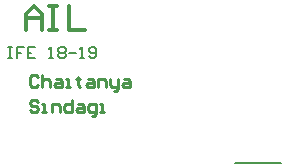
<source format=gto>
G04*
G04 #@! TF.GenerationSoftware,Altium Limited,Altium Designer,19.0.14 (431)*
G04*
G04 Layer_Color=65535*
%FSLAX25Y25*%
%MOIN*%
G70*
G01*
G75*
%ADD10C,0.00591*%
%ADD11C,0.00800*%
%ADD12C,0.00900*%
%ADD13C,0.01181*%
D10*
X135039Y75197D02*
X146850D01*
X138779D02*
X150591D01*
D11*
X59461Y113848D02*
X60661D01*
X60061D01*
Y110249D01*
X59461D01*
X60661D01*
X64860Y113848D02*
X62461D01*
Y112048D01*
X63660D01*
X62461D01*
Y110249D01*
X68458Y113848D02*
X66059D01*
Y110249D01*
X68458D01*
X66059Y112048D02*
X67259D01*
X73257Y110249D02*
X74457D01*
X73857D01*
Y113848D01*
X73257Y113248D01*
X76256D02*
X76856Y113848D01*
X78055D01*
X78655Y113248D01*
Y112648D01*
X78055Y112048D01*
X78655Y111448D01*
Y110849D01*
X78055Y110249D01*
X76856D01*
X76256Y110849D01*
Y111448D01*
X76856Y112048D01*
X76256Y112648D01*
Y113248D01*
X76856Y112048D02*
X78055D01*
X79855D02*
X82254D01*
X83454Y110249D02*
X84653D01*
X84053D01*
Y113848D01*
X83454Y113248D01*
X86453Y110849D02*
X87053Y110249D01*
X88252D01*
X88852Y110849D01*
Y113248D01*
X88252Y113848D01*
X87053D01*
X86453Y113248D01*
Y112648D01*
X87053Y112048D01*
X88852D01*
D12*
X69314Y104014D02*
X68647Y104680D01*
X67314D01*
X66648Y104014D01*
Y101348D01*
X67314Y100682D01*
X68647D01*
X69314Y101348D01*
X70647Y104680D02*
Y100682D01*
Y102681D01*
X71313Y103348D01*
X72646D01*
X73312Y102681D01*
Y100682D01*
X75312Y103348D02*
X76645D01*
X77311Y102681D01*
Y100682D01*
X75312D01*
X74646Y101348D01*
X75312Y102015D01*
X77311D01*
X78644Y100682D02*
X79977D01*
X79311D01*
Y103348D01*
X78644D01*
X82643Y104014D02*
Y103348D01*
X81976D01*
X83309D01*
X82643D01*
Y101348D01*
X83309Y100682D01*
X85975Y103348D02*
X87308D01*
X87975Y102681D01*
Y100682D01*
X85975D01*
X85309Y101348D01*
X85975Y102015D01*
X87975D01*
X89307Y100682D02*
Y103348D01*
X91307D01*
X91973Y102681D01*
Y100682D01*
X93306Y103348D02*
Y101348D01*
X93973Y100682D01*
X95972D01*
Y100015D01*
X95305Y99349D01*
X94639D01*
X95972Y100682D02*
Y103348D01*
X97971D02*
X99304D01*
X99971Y102681D01*
Y100682D01*
X97971D01*
X97305Y101348D01*
X97971Y102015D01*
X99971D01*
X69314Y95723D02*
X68647Y96389D01*
X67314D01*
X66648Y95723D01*
Y95056D01*
X67314Y94390D01*
X68647D01*
X69314Y93723D01*
Y93057D01*
X68647Y92390D01*
X67314D01*
X66648Y93057D01*
X70647Y92390D02*
X71980D01*
X71313D01*
Y95056D01*
X70647D01*
X73979Y92390D02*
Y95056D01*
X75978D01*
X76645Y94390D01*
Y92390D01*
X80643Y96389D02*
Y92390D01*
X78644D01*
X77978Y93057D01*
Y94390D01*
X78644Y95056D01*
X80643D01*
X82643D02*
X83976D01*
X84642Y94390D01*
Y92390D01*
X82643D01*
X81976Y93057D01*
X82643Y93723D01*
X84642D01*
X87308Y91057D02*
X87975D01*
X88641Y91724D01*
Y95056D01*
X86642D01*
X85975Y94390D01*
Y93057D01*
X86642Y92390D01*
X88641D01*
X89974D02*
X91307D01*
X90640D01*
Y95056D01*
X89974D01*
D13*
X65354Y119685D02*
Y124933D01*
X67978Y127557D01*
X70602Y124933D01*
Y119685D01*
Y123621D01*
X65354D01*
X73226Y127557D02*
X75850D01*
X74538D01*
Y119685D01*
X73226D01*
X75850D01*
X79785Y127557D02*
Y119685D01*
X85033D01*
M02*

</source>
